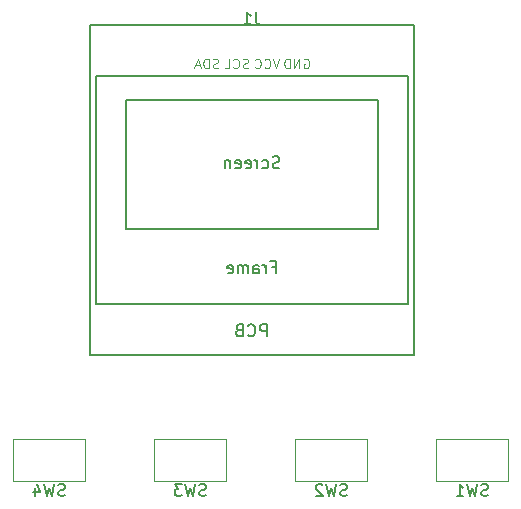
<source format=gbr>
G04 #@! TF.GenerationSoftware,KiCad,Pcbnew,7.0.8*
G04 #@! TF.CreationDate,2024-03-28T15:32:18+01:00*
G04 #@! TF.ProjectId,Prozessorplatine,50726f7a-6573-4736-9f72-706c6174696e,rev?*
G04 #@! TF.SameCoordinates,Original*
G04 #@! TF.FileFunction,Legend,Bot*
G04 #@! TF.FilePolarity,Positive*
%FSLAX46Y46*%
G04 Gerber Fmt 4.6, Leading zero omitted, Abs format (unit mm)*
G04 Created by KiCad (PCBNEW 7.0.8) date 2024-03-28 15:32:18*
%MOMM*%
%LPD*%
G01*
G04 APERTURE LIST*
%ADD10C,0.150000*%
%ADD11C,0.125000*%
%ADD12C,0.120000*%
G04 APERTURE END LIST*
D10*
X187261332Y-97812700D02*
X187118475Y-97860319D01*
X187118475Y-97860319D02*
X186880380Y-97860319D01*
X186880380Y-97860319D02*
X186785142Y-97812700D01*
X186785142Y-97812700D02*
X186737523Y-97765080D01*
X186737523Y-97765080D02*
X186689904Y-97669842D01*
X186689904Y-97669842D02*
X186689904Y-97574604D01*
X186689904Y-97574604D02*
X186737523Y-97479366D01*
X186737523Y-97479366D02*
X186785142Y-97431747D01*
X186785142Y-97431747D02*
X186880380Y-97384128D01*
X186880380Y-97384128D02*
X187070856Y-97336509D01*
X187070856Y-97336509D02*
X187166094Y-97288890D01*
X187166094Y-97288890D02*
X187213713Y-97241271D01*
X187213713Y-97241271D02*
X187261332Y-97146033D01*
X187261332Y-97146033D02*
X187261332Y-97050795D01*
X187261332Y-97050795D02*
X187213713Y-96955557D01*
X187213713Y-96955557D02*
X187166094Y-96907938D01*
X187166094Y-96907938D02*
X187070856Y-96860319D01*
X187070856Y-96860319D02*
X186832761Y-96860319D01*
X186832761Y-96860319D02*
X186689904Y-96907938D01*
X186356570Y-96860319D02*
X186118475Y-97860319D01*
X186118475Y-97860319D02*
X185927999Y-97146033D01*
X185927999Y-97146033D02*
X185737523Y-97860319D01*
X185737523Y-97860319D02*
X185499428Y-96860319D01*
X184594666Y-97860319D02*
X185166094Y-97860319D01*
X184880380Y-97860319D02*
X184880380Y-96860319D01*
X184880380Y-96860319D02*
X184975618Y-97003176D01*
X184975618Y-97003176D02*
X185070856Y-97098414D01*
X185070856Y-97098414D02*
X185166094Y-97146033D01*
X175323332Y-97812700D02*
X175180475Y-97860319D01*
X175180475Y-97860319D02*
X174942380Y-97860319D01*
X174942380Y-97860319D02*
X174847142Y-97812700D01*
X174847142Y-97812700D02*
X174799523Y-97765080D01*
X174799523Y-97765080D02*
X174751904Y-97669842D01*
X174751904Y-97669842D02*
X174751904Y-97574604D01*
X174751904Y-97574604D02*
X174799523Y-97479366D01*
X174799523Y-97479366D02*
X174847142Y-97431747D01*
X174847142Y-97431747D02*
X174942380Y-97384128D01*
X174942380Y-97384128D02*
X175132856Y-97336509D01*
X175132856Y-97336509D02*
X175228094Y-97288890D01*
X175228094Y-97288890D02*
X175275713Y-97241271D01*
X175275713Y-97241271D02*
X175323332Y-97146033D01*
X175323332Y-97146033D02*
X175323332Y-97050795D01*
X175323332Y-97050795D02*
X175275713Y-96955557D01*
X175275713Y-96955557D02*
X175228094Y-96907938D01*
X175228094Y-96907938D02*
X175132856Y-96860319D01*
X175132856Y-96860319D02*
X174894761Y-96860319D01*
X174894761Y-96860319D02*
X174751904Y-96907938D01*
X174418570Y-96860319D02*
X174180475Y-97860319D01*
X174180475Y-97860319D02*
X173989999Y-97146033D01*
X173989999Y-97146033D02*
X173799523Y-97860319D01*
X173799523Y-97860319D02*
X173561428Y-96860319D01*
X173228094Y-96955557D02*
X173180475Y-96907938D01*
X173180475Y-96907938D02*
X173085237Y-96860319D01*
X173085237Y-96860319D02*
X172847142Y-96860319D01*
X172847142Y-96860319D02*
X172751904Y-96907938D01*
X172751904Y-96907938D02*
X172704285Y-96955557D01*
X172704285Y-96955557D02*
X172656666Y-97050795D01*
X172656666Y-97050795D02*
X172656666Y-97146033D01*
X172656666Y-97146033D02*
X172704285Y-97288890D01*
X172704285Y-97288890D02*
X173275713Y-97860319D01*
X173275713Y-97860319D02*
X172656666Y-97860319D01*
X163385332Y-97812700D02*
X163242475Y-97860319D01*
X163242475Y-97860319D02*
X163004380Y-97860319D01*
X163004380Y-97860319D02*
X162909142Y-97812700D01*
X162909142Y-97812700D02*
X162861523Y-97765080D01*
X162861523Y-97765080D02*
X162813904Y-97669842D01*
X162813904Y-97669842D02*
X162813904Y-97574604D01*
X162813904Y-97574604D02*
X162861523Y-97479366D01*
X162861523Y-97479366D02*
X162909142Y-97431747D01*
X162909142Y-97431747D02*
X163004380Y-97384128D01*
X163004380Y-97384128D02*
X163194856Y-97336509D01*
X163194856Y-97336509D02*
X163290094Y-97288890D01*
X163290094Y-97288890D02*
X163337713Y-97241271D01*
X163337713Y-97241271D02*
X163385332Y-97146033D01*
X163385332Y-97146033D02*
X163385332Y-97050795D01*
X163385332Y-97050795D02*
X163337713Y-96955557D01*
X163337713Y-96955557D02*
X163290094Y-96907938D01*
X163290094Y-96907938D02*
X163194856Y-96860319D01*
X163194856Y-96860319D02*
X162956761Y-96860319D01*
X162956761Y-96860319D02*
X162813904Y-96907938D01*
X162480570Y-96860319D02*
X162242475Y-97860319D01*
X162242475Y-97860319D02*
X162051999Y-97146033D01*
X162051999Y-97146033D02*
X161861523Y-97860319D01*
X161861523Y-97860319D02*
X161623428Y-96860319D01*
X161337713Y-96860319D02*
X160718666Y-96860319D01*
X160718666Y-96860319D02*
X161051999Y-97241271D01*
X161051999Y-97241271D02*
X160909142Y-97241271D01*
X160909142Y-97241271D02*
X160813904Y-97288890D01*
X160813904Y-97288890D02*
X160766285Y-97336509D01*
X160766285Y-97336509D02*
X160718666Y-97431747D01*
X160718666Y-97431747D02*
X160718666Y-97669842D01*
X160718666Y-97669842D02*
X160766285Y-97765080D01*
X160766285Y-97765080D02*
X160813904Y-97812700D01*
X160813904Y-97812700D02*
X160909142Y-97860319D01*
X160909142Y-97860319D02*
X161194856Y-97860319D01*
X161194856Y-97860319D02*
X161290094Y-97812700D01*
X161290094Y-97812700D02*
X161337713Y-97765080D01*
X151447332Y-97812700D02*
X151304475Y-97860319D01*
X151304475Y-97860319D02*
X151066380Y-97860319D01*
X151066380Y-97860319D02*
X150971142Y-97812700D01*
X150971142Y-97812700D02*
X150923523Y-97765080D01*
X150923523Y-97765080D02*
X150875904Y-97669842D01*
X150875904Y-97669842D02*
X150875904Y-97574604D01*
X150875904Y-97574604D02*
X150923523Y-97479366D01*
X150923523Y-97479366D02*
X150971142Y-97431747D01*
X150971142Y-97431747D02*
X151066380Y-97384128D01*
X151066380Y-97384128D02*
X151256856Y-97336509D01*
X151256856Y-97336509D02*
X151352094Y-97288890D01*
X151352094Y-97288890D02*
X151399713Y-97241271D01*
X151399713Y-97241271D02*
X151447332Y-97146033D01*
X151447332Y-97146033D02*
X151447332Y-97050795D01*
X151447332Y-97050795D02*
X151399713Y-96955557D01*
X151399713Y-96955557D02*
X151352094Y-96907938D01*
X151352094Y-96907938D02*
X151256856Y-96860319D01*
X151256856Y-96860319D02*
X151018761Y-96860319D01*
X151018761Y-96860319D02*
X150875904Y-96907938D01*
X150542570Y-96860319D02*
X150304475Y-97860319D01*
X150304475Y-97860319D02*
X150113999Y-97146033D01*
X150113999Y-97146033D02*
X149923523Y-97860319D01*
X149923523Y-97860319D02*
X149685428Y-96860319D01*
X148875904Y-97193652D02*
X148875904Y-97860319D01*
X149113999Y-96812700D02*
X149352094Y-97526985D01*
X149352094Y-97526985D02*
X148733047Y-97526985D01*
X167592333Y-56914319D02*
X167592333Y-57628604D01*
X167592333Y-57628604D02*
X167639952Y-57771461D01*
X167639952Y-57771461D02*
X167735190Y-57866700D01*
X167735190Y-57866700D02*
X167878047Y-57914319D01*
X167878047Y-57914319D02*
X167973285Y-57914319D01*
X166592333Y-57914319D02*
X167163761Y-57914319D01*
X166878047Y-57914319D02*
X166878047Y-56914319D01*
X166878047Y-56914319D02*
X166973285Y-57057176D01*
X166973285Y-57057176D02*
X167068523Y-57152414D01*
X167068523Y-57152414D02*
X167163761Y-57200033D01*
D11*
X164420428Y-61603000D02*
X164306142Y-61641095D01*
X164306142Y-61641095D02*
X164115666Y-61641095D01*
X164115666Y-61641095D02*
X164039475Y-61603000D01*
X164039475Y-61603000D02*
X164001380Y-61564904D01*
X164001380Y-61564904D02*
X163963285Y-61488714D01*
X163963285Y-61488714D02*
X163963285Y-61412523D01*
X163963285Y-61412523D02*
X164001380Y-61336333D01*
X164001380Y-61336333D02*
X164039475Y-61298238D01*
X164039475Y-61298238D02*
X164115666Y-61260142D01*
X164115666Y-61260142D02*
X164268047Y-61222047D01*
X164268047Y-61222047D02*
X164344237Y-61183952D01*
X164344237Y-61183952D02*
X164382332Y-61145857D01*
X164382332Y-61145857D02*
X164420428Y-61069666D01*
X164420428Y-61069666D02*
X164420428Y-60993476D01*
X164420428Y-60993476D02*
X164382332Y-60917285D01*
X164382332Y-60917285D02*
X164344237Y-60879190D01*
X164344237Y-60879190D02*
X164268047Y-60841095D01*
X164268047Y-60841095D02*
X164077570Y-60841095D01*
X164077570Y-60841095D02*
X163963285Y-60879190D01*
X163620427Y-61641095D02*
X163620427Y-60841095D01*
X163620427Y-60841095D02*
X163429951Y-60841095D01*
X163429951Y-60841095D02*
X163315665Y-60879190D01*
X163315665Y-60879190D02*
X163239475Y-60955380D01*
X163239475Y-60955380D02*
X163201380Y-61031571D01*
X163201380Y-61031571D02*
X163163284Y-61183952D01*
X163163284Y-61183952D02*
X163163284Y-61298238D01*
X163163284Y-61298238D02*
X163201380Y-61450619D01*
X163201380Y-61450619D02*
X163239475Y-61526809D01*
X163239475Y-61526809D02*
X163315665Y-61603000D01*
X163315665Y-61603000D02*
X163429951Y-61641095D01*
X163429951Y-61641095D02*
X163620427Y-61641095D01*
X162858523Y-61412523D02*
X162477570Y-61412523D01*
X162934713Y-61641095D02*
X162668046Y-60841095D01*
X162668046Y-60841095D02*
X162401380Y-61641095D01*
X169595666Y-60841095D02*
X169328999Y-61641095D01*
X169328999Y-61641095D02*
X169062333Y-60841095D01*
X168338523Y-61564904D02*
X168376619Y-61603000D01*
X168376619Y-61603000D02*
X168490904Y-61641095D01*
X168490904Y-61641095D02*
X168567095Y-61641095D01*
X168567095Y-61641095D02*
X168681381Y-61603000D01*
X168681381Y-61603000D02*
X168757571Y-61526809D01*
X168757571Y-61526809D02*
X168795666Y-61450619D01*
X168795666Y-61450619D02*
X168833762Y-61298238D01*
X168833762Y-61298238D02*
X168833762Y-61183952D01*
X168833762Y-61183952D02*
X168795666Y-61031571D01*
X168795666Y-61031571D02*
X168757571Y-60955380D01*
X168757571Y-60955380D02*
X168681381Y-60879190D01*
X168681381Y-60879190D02*
X168567095Y-60841095D01*
X168567095Y-60841095D02*
X168490904Y-60841095D01*
X168490904Y-60841095D02*
X168376619Y-60879190D01*
X168376619Y-60879190D02*
X168338523Y-60917285D01*
X167538523Y-61564904D02*
X167576619Y-61603000D01*
X167576619Y-61603000D02*
X167690904Y-61641095D01*
X167690904Y-61641095D02*
X167767095Y-61641095D01*
X167767095Y-61641095D02*
X167881381Y-61603000D01*
X167881381Y-61603000D02*
X167957571Y-61526809D01*
X167957571Y-61526809D02*
X167995666Y-61450619D01*
X167995666Y-61450619D02*
X168033762Y-61298238D01*
X168033762Y-61298238D02*
X168033762Y-61183952D01*
X168033762Y-61183952D02*
X167995666Y-61031571D01*
X167995666Y-61031571D02*
X167957571Y-60955380D01*
X167957571Y-60955380D02*
X167881381Y-60879190D01*
X167881381Y-60879190D02*
X167767095Y-60841095D01*
X167767095Y-60841095D02*
X167690904Y-60841095D01*
X167690904Y-60841095D02*
X167576619Y-60879190D01*
X167576619Y-60879190D02*
X167538523Y-60917285D01*
D10*
X169592333Y-70066700D02*
X169449476Y-70114319D01*
X169449476Y-70114319D02*
X169211381Y-70114319D01*
X169211381Y-70114319D02*
X169116143Y-70066700D01*
X169116143Y-70066700D02*
X169068524Y-70019080D01*
X169068524Y-70019080D02*
X169020905Y-69923842D01*
X169020905Y-69923842D02*
X169020905Y-69828604D01*
X169020905Y-69828604D02*
X169068524Y-69733366D01*
X169068524Y-69733366D02*
X169116143Y-69685747D01*
X169116143Y-69685747D02*
X169211381Y-69638128D01*
X169211381Y-69638128D02*
X169401857Y-69590509D01*
X169401857Y-69590509D02*
X169497095Y-69542890D01*
X169497095Y-69542890D02*
X169544714Y-69495271D01*
X169544714Y-69495271D02*
X169592333Y-69400033D01*
X169592333Y-69400033D02*
X169592333Y-69304795D01*
X169592333Y-69304795D02*
X169544714Y-69209557D01*
X169544714Y-69209557D02*
X169497095Y-69161938D01*
X169497095Y-69161938D02*
X169401857Y-69114319D01*
X169401857Y-69114319D02*
X169163762Y-69114319D01*
X169163762Y-69114319D02*
X169020905Y-69161938D01*
X168163762Y-70066700D02*
X168259000Y-70114319D01*
X168259000Y-70114319D02*
X168449476Y-70114319D01*
X168449476Y-70114319D02*
X168544714Y-70066700D01*
X168544714Y-70066700D02*
X168592333Y-70019080D01*
X168592333Y-70019080D02*
X168639952Y-69923842D01*
X168639952Y-69923842D02*
X168639952Y-69638128D01*
X168639952Y-69638128D02*
X168592333Y-69542890D01*
X168592333Y-69542890D02*
X168544714Y-69495271D01*
X168544714Y-69495271D02*
X168449476Y-69447652D01*
X168449476Y-69447652D02*
X168259000Y-69447652D01*
X168259000Y-69447652D02*
X168163762Y-69495271D01*
X167735190Y-70114319D02*
X167735190Y-69447652D01*
X167735190Y-69638128D02*
X167687571Y-69542890D01*
X167687571Y-69542890D02*
X167639952Y-69495271D01*
X167639952Y-69495271D02*
X167544714Y-69447652D01*
X167544714Y-69447652D02*
X167449476Y-69447652D01*
X166735190Y-70066700D02*
X166830428Y-70114319D01*
X166830428Y-70114319D02*
X167020904Y-70114319D01*
X167020904Y-70114319D02*
X167116142Y-70066700D01*
X167116142Y-70066700D02*
X167163761Y-69971461D01*
X167163761Y-69971461D02*
X167163761Y-69590509D01*
X167163761Y-69590509D02*
X167116142Y-69495271D01*
X167116142Y-69495271D02*
X167020904Y-69447652D01*
X167020904Y-69447652D02*
X166830428Y-69447652D01*
X166830428Y-69447652D02*
X166735190Y-69495271D01*
X166735190Y-69495271D02*
X166687571Y-69590509D01*
X166687571Y-69590509D02*
X166687571Y-69685747D01*
X166687571Y-69685747D02*
X167163761Y-69780985D01*
X165878047Y-70066700D02*
X165973285Y-70114319D01*
X165973285Y-70114319D02*
X166163761Y-70114319D01*
X166163761Y-70114319D02*
X166258999Y-70066700D01*
X166258999Y-70066700D02*
X166306618Y-69971461D01*
X166306618Y-69971461D02*
X166306618Y-69590509D01*
X166306618Y-69590509D02*
X166258999Y-69495271D01*
X166258999Y-69495271D02*
X166163761Y-69447652D01*
X166163761Y-69447652D02*
X165973285Y-69447652D01*
X165973285Y-69447652D02*
X165878047Y-69495271D01*
X165878047Y-69495271D02*
X165830428Y-69590509D01*
X165830428Y-69590509D02*
X165830428Y-69685747D01*
X165830428Y-69685747D02*
X166306618Y-69780985D01*
X165401856Y-69447652D02*
X165401856Y-70114319D01*
X165401856Y-69542890D02*
X165354237Y-69495271D01*
X165354237Y-69495271D02*
X165258999Y-69447652D01*
X165258999Y-69447652D02*
X165116142Y-69447652D01*
X165116142Y-69447652D02*
X165020904Y-69495271D01*
X165020904Y-69495271D02*
X164973285Y-69590509D01*
X164973285Y-69590509D02*
X164973285Y-70114319D01*
X168973285Y-78480509D02*
X169306618Y-78480509D01*
X169306618Y-79004319D02*
X169306618Y-78004319D01*
X169306618Y-78004319D02*
X168830428Y-78004319D01*
X168449475Y-79004319D02*
X168449475Y-78337652D01*
X168449475Y-78528128D02*
X168401856Y-78432890D01*
X168401856Y-78432890D02*
X168354237Y-78385271D01*
X168354237Y-78385271D02*
X168258999Y-78337652D01*
X168258999Y-78337652D02*
X168163761Y-78337652D01*
X167401856Y-79004319D02*
X167401856Y-78480509D01*
X167401856Y-78480509D02*
X167449475Y-78385271D01*
X167449475Y-78385271D02*
X167544713Y-78337652D01*
X167544713Y-78337652D02*
X167735189Y-78337652D01*
X167735189Y-78337652D02*
X167830427Y-78385271D01*
X167401856Y-78956700D02*
X167497094Y-79004319D01*
X167497094Y-79004319D02*
X167735189Y-79004319D01*
X167735189Y-79004319D02*
X167830427Y-78956700D01*
X167830427Y-78956700D02*
X167878046Y-78861461D01*
X167878046Y-78861461D02*
X167878046Y-78766223D01*
X167878046Y-78766223D02*
X167830427Y-78670985D01*
X167830427Y-78670985D02*
X167735189Y-78623366D01*
X167735189Y-78623366D02*
X167497094Y-78623366D01*
X167497094Y-78623366D02*
X167401856Y-78575747D01*
X166925665Y-79004319D02*
X166925665Y-78337652D01*
X166925665Y-78432890D02*
X166878046Y-78385271D01*
X166878046Y-78385271D02*
X166782808Y-78337652D01*
X166782808Y-78337652D02*
X166639951Y-78337652D01*
X166639951Y-78337652D02*
X166544713Y-78385271D01*
X166544713Y-78385271D02*
X166497094Y-78480509D01*
X166497094Y-78480509D02*
X166497094Y-79004319D01*
X166497094Y-78480509D02*
X166449475Y-78385271D01*
X166449475Y-78385271D02*
X166354237Y-78337652D01*
X166354237Y-78337652D02*
X166211380Y-78337652D01*
X166211380Y-78337652D02*
X166116141Y-78385271D01*
X166116141Y-78385271D02*
X166068522Y-78480509D01*
X166068522Y-78480509D02*
X166068522Y-79004319D01*
X165211380Y-78956700D02*
X165306618Y-79004319D01*
X165306618Y-79004319D02*
X165497094Y-79004319D01*
X165497094Y-79004319D02*
X165592332Y-78956700D01*
X165592332Y-78956700D02*
X165639951Y-78861461D01*
X165639951Y-78861461D02*
X165639951Y-78480509D01*
X165639951Y-78480509D02*
X165592332Y-78385271D01*
X165592332Y-78385271D02*
X165497094Y-78337652D01*
X165497094Y-78337652D02*
X165306618Y-78337652D01*
X165306618Y-78337652D02*
X165211380Y-78385271D01*
X165211380Y-78385271D02*
X165163761Y-78480509D01*
X165163761Y-78480509D02*
X165163761Y-78575747D01*
X165163761Y-78575747D02*
X165639951Y-78670985D01*
D11*
X171678523Y-60879190D02*
X171754713Y-60841095D01*
X171754713Y-60841095D02*
X171868999Y-60841095D01*
X171868999Y-60841095D02*
X171983285Y-60879190D01*
X171983285Y-60879190D02*
X172059475Y-60955380D01*
X172059475Y-60955380D02*
X172097570Y-61031571D01*
X172097570Y-61031571D02*
X172135666Y-61183952D01*
X172135666Y-61183952D02*
X172135666Y-61298238D01*
X172135666Y-61298238D02*
X172097570Y-61450619D01*
X172097570Y-61450619D02*
X172059475Y-61526809D01*
X172059475Y-61526809D02*
X171983285Y-61603000D01*
X171983285Y-61603000D02*
X171868999Y-61641095D01*
X171868999Y-61641095D02*
X171792808Y-61641095D01*
X171792808Y-61641095D02*
X171678523Y-61603000D01*
X171678523Y-61603000D02*
X171640427Y-61564904D01*
X171640427Y-61564904D02*
X171640427Y-61298238D01*
X171640427Y-61298238D02*
X171792808Y-61298238D01*
X171297570Y-61641095D02*
X171297570Y-60841095D01*
X171297570Y-60841095D02*
X170840427Y-61641095D01*
X170840427Y-61641095D02*
X170840427Y-60841095D01*
X170459475Y-61641095D02*
X170459475Y-60841095D01*
X170459475Y-60841095D02*
X170268999Y-60841095D01*
X170268999Y-60841095D02*
X170154713Y-60879190D01*
X170154713Y-60879190D02*
X170078523Y-60955380D01*
X170078523Y-60955380D02*
X170040428Y-61031571D01*
X170040428Y-61031571D02*
X170002332Y-61183952D01*
X170002332Y-61183952D02*
X170002332Y-61298238D01*
X170002332Y-61298238D02*
X170040428Y-61450619D01*
X170040428Y-61450619D02*
X170078523Y-61526809D01*
X170078523Y-61526809D02*
X170154713Y-61603000D01*
X170154713Y-61603000D02*
X170268999Y-61641095D01*
X170268999Y-61641095D02*
X170459475Y-61641095D01*
D10*
X168520904Y-84338319D02*
X168520904Y-83338319D01*
X168520904Y-83338319D02*
X168139952Y-83338319D01*
X168139952Y-83338319D02*
X168044714Y-83385938D01*
X168044714Y-83385938D02*
X167997095Y-83433557D01*
X167997095Y-83433557D02*
X167949476Y-83528795D01*
X167949476Y-83528795D02*
X167949476Y-83671652D01*
X167949476Y-83671652D02*
X167997095Y-83766890D01*
X167997095Y-83766890D02*
X168044714Y-83814509D01*
X168044714Y-83814509D02*
X168139952Y-83862128D01*
X168139952Y-83862128D02*
X168520904Y-83862128D01*
X166949476Y-84243080D02*
X166997095Y-84290700D01*
X166997095Y-84290700D02*
X167139952Y-84338319D01*
X167139952Y-84338319D02*
X167235190Y-84338319D01*
X167235190Y-84338319D02*
X167378047Y-84290700D01*
X167378047Y-84290700D02*
X167473285Y-84195461D01*
X167473285Y-84195461D02*
X167520904Y-84100223D01*
X167520904Y-84100223D02*
X167568523Y-83909747D01*
X167568523Y-83909747D02*
X167568523Y-83766890D01*
X167568523Y-83766890D02*
X167520904Y-83576414D01*
X167520904Y-83576414D02*
X167473285Y-83481176D01*
X167473285Y-83481176D02*
X167378047Y-83385938D01*
X167378047Y-83385938D02*
X167235190Y-83338319D01*
X167235190Y-83338319D02*
X167139952Y-83338319D01*
X167139952Y-83338319D02*
X166997095Y-83385938D01*
X166997095Y-83385938D02*
X166949476Y-83433557D01*
X166187571Y-83814509D02*
X166044714Y-83862128D01*
X166044714Y-83862128D02*
X165997095Y-83909747D01*
X165997095Y-83909747D02*
X165949476Y-84004985D01*
X165949476Y-84004985D02*
X165949476Y-84147842D01*
X165949476Y-84147842D02*
X165997095Y-84243080D01*
X165997095Y-84243080D02*
X166044714Y-84290700D01*
X166044714Y-84290700D02*
X166139952Y-84338319D01*
X166139952Y-84338319D02*
X166520904Y-84338319D01*
X166520904Y-84338319D02*
X166520904Y-83338319D01*
X166520904Y-83338319D02*
X166187571Y-83338319D01*
X166187571Y-83338319D02*
X166092333Y-83385938D01*
X166092333Y-83385938D02*
X166044714Y-83433557D01*
X166044714Y-83433557D02*
X165997095Y-83528795D01*
X165997095Y-83528795D02*
X165997095Y-83624033D01*
X165997095Y-83624033D02*
X166044714Y-83719271D01*
X166044714Y-83719271D02*
X166092333Y-83766890D01*
X166092333Y-83766890D02*
X166187571Y-83814509D01*
X166187571Y-83814509D02*
X166520904Y-83814509D01*
D11*
X166941381Y-61603000D02*
X166827095Y-61641095D01*
X166827095Y-61641095D02*
X166636619Y-61641095D01*
X166636619Y-61641095D02*
X166560428Y-61603000D01*
X166560428Y-61603000D02*
X166522333Y-61564904D01*
X166522333Y-61564904D02*
X166484238Y-61488714D01*
X166484238Y-61488714D02*
X166484238Y-61412523D01*
X166484238Y-61412523D02*
X166522333Y-61336333D01*
X166522333Y-61336333D02*
X166560428Y-61298238D01*
X166560428Y-61298238D02*
X166636619Y-61260142D01*
X166636619Y-61260142D02*
X166789000Y-61222047D01*
X166789000Y-61222047D02*
X166865190Y-61183952D01*
X166865190Y-61183952D02*
X166903285Y-61145857D01*
X166903285Y-61145857D02*
X166941381Y-61069666D01*
X166941381Y-61069666D02*
X166941381Y-60993476D01*
X166941381Y-60993476D02*
X166903285Y-60917285D01*
X166903285Y-60917285D02*
X166865190Y-60879190D01*
X166865190Y-60879190D02*
X166789000Y-60841095D01*
X166789000Y-60841095D02*
X166598523Y-60841095D01*
X166598523Y-60841095D02*
X166484238Y-60879190D01*
X165684237Y-61564904D02*
X165722333Y-61603000D01*
X165722333Y-61603000D02*
X165836618Y-61641095D01*
X165836618Y-61641095D02*
X165912809Y-61641095D01*
X165912809Y-61641095D02*
X166027095Y-61603000D01*
X166027095Y-61603000D02*
X166103285Y-61526809D01*
X166103285Y-61526809D02*
X166141380Y-61450619D01*
X166141380Y-61450619D02*
X166179476Y-61298238D01*
X166179476Y-61298238D02*
X166179476Y-61183952D01*
X166179476Y-61183952D02*
X166141380Y-61031571D01*
X166141380Y-61031571D02*
X166103285Y-60955380D01*
X166103285Y-60955380D02*
X166027095Y-60879190D01*
X166027095Y-60879190D02*
X165912809Y-60841095D01*
X165912809Y-60841095D02*
X165836618Y-60841095D01*
X165836618Y-60841095D02*
X165722333Y-60879190D01*
X165722333Y-60879190D02*
X165684237Y-60917285D01*
X164960428Y-61641095D02*
X165341380Y-61641095D01*
X165341380Y-61641095D02*
X165341380Y-60841095D01*
D12*
X182868000Y-92995500D02*
X182868000Y-96615500D01*
X182868000Y-96615500D02*
X188988000Y-96615500D01*
X188988000Y-92995500D02*
X182868000Y-92995500D01*
X188988000Y-96615500D02*
X188988000Y-92995500D01*
X170930000Y-92995500D02*
X170930000Y-96615500D01*
X170930000Y-96615500D02*
X177050000Y-96615500D01*
X177050000Y-92995500D02*
X170930000Y-92995500D01*
X177050000Y-96615500D02*
X177050000Y-92995500D01*
X158992000Y-92995500D02*
X158992000Y-96615500D01*
X158992000Y-96615500D02*
X165112000Y-96615500D01*
X165112000Y-92995500D02*
X158992000Y-92995500D01*
X165112000Y-96615500D02*
X165112000Y-92995500D01*
X147054000Y-92995500D02*
X147054000Y-96615500D01*
X147054000Y-96615500D02*
X153174000Y-96615500D01*
X153174000Y-92995500D02*
X147054000Y-92995500D01*
X153174000Y-96615500D02*
X153174000Y-92995500D01*
D10*
X180975000Y-85915500D02*
X180975000Y-57975500D01*
X180975000Y-57975500D02*
X153543000Y-57975500D01*
X180467000Y-81597500D02*
X154051000Y-81597500D01*
X180467000Y-62293500D02*
X180467000Y-81597500D01*
X180467000Y-62293500D02*
X154051000Y-62293500D01*
X177927000Y-75247500D02*
X156591000Y-75247500D01*
X177927000Y-64325500D02*
X177927000Y-75247500D01*
X156591000Y-75247500D02*
X156591000Y-64325500D01*
X156591000Y-64325500D02*
X177927000Y-64325500D01*
X154051000Y-81597500D02*
X154051000Y-62293500D01*
X153543000Y-85915500D02*
X180975000Y-85915500D01*
X153543000Y-57975500D02*
X153543000Y-85915500D01*
M02*

</source>
